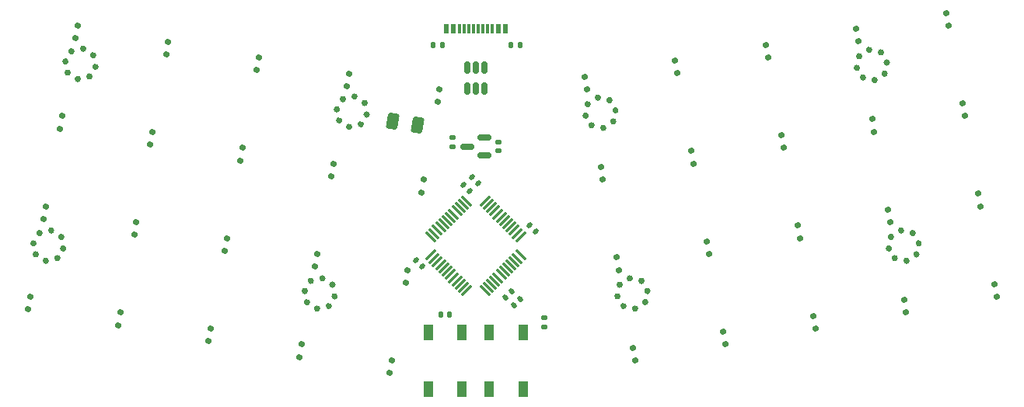
<source format=gbr>
%TF.GenerationSoftware,KiCad,Pcbnew,7.0.8*%
%TF.CreationDate,2023-12-09T20:05:49-06:00*%
%TF.ProjectId,lemmingz40,6c656d6d-696e-4677-9a34-302e6b696361,rev?*%
%TF.SameCoordinates,Original*%
%TF.FileFunction,Paste,Bot*%
%TF.FilePolarity,Positive*%
%FSLAX46Y46*%
G04 Gerber Fmt 4.6, Leading zero omitted, Abs format (unit mm)*
G04 Created by KiCad (PCBNEW 7.0.8) date 2023-12-09 20:05:49*
%MOMM*%
%LPD*%
G01*
G04 APERTURE LIST*
G04 Aperture macros list*
%AMRoundRect*
0 Rectangle with rounded corners*
0 $1 Rounding radius*
0 $2 $3 $4 $5 $6 $7 $8 $9 X,Y pos of 4 corners*
0 Add a 4 corners polygon primitive as box body*
4,1,4,$2,$3,$4,$5,$6,$7,$8,$9,$2,$3,0*
0 Add four circle primitives for the rounded corners*
1,1,$1+$1,$2,$3*
1,1,$1+$1,$4,$5*
1,1,$1+$1,$6,$7*
1,1,$1+$1,$8,$9*
0 Add four rect primitives between the rounded corners*
20,1,$1+$1,$2,$3,$4,$5,0*
20,1,$1+$1,$4,$5,$6,$7,0*
20,1,$1+$1,$6,$7,$8,$9,0*
20,1,$1+$1,$8,$9,$2,$3,0*%
G04 Aperture macros list end*
%ADD10C,0.360001*%
%ADD11C,0.360000*%
%ADD12RoundRect,0.150000X-0.223009X0.112992X-0.170914X-0.182451X0.223009X-0.112992X0.170914X0.182451X0*%
%ADD13RoundRect,0.150000X-0.170914X0.182451X-0.223009X-0.112992X0.170914X-0.182451X0.223009X0.112992X0*%
%ADD14R,1.100000X1.800000*%
%ADD15RoundRect,0.140000X-0.170000X0.140000X-0.170000X-0.140000X0.170000X-0.140000X0.170000X0.140000X0*%
%ADD16RoundRect,0.150000X0.150000X-0.512500X0.150000X0.512500X-0.150000X0.512500X-0.150000X-0.512500X0*%
%ADD17RoundRect,0.140000X0.219203X0.021213X0.021213X0.219203X-0.219203X-0.021213X-0.021213X-0.219203X0*%
%ADD18RoundRect,0.135000X0.185000X-0.135000X0.185000X0.135000X-0.185000X0.135000X-0.185000X-0.135000X0*%
%ADD19RoundRect,0.140000X-0.140000X-0.170000X0.140000X-0.170000X0.140000X0.170000X-0.140000X0.170000X0*%
%ADD20RoundRect,0.140000X0.021213X-0.219203X0.219203X-0.021213X-0.021213X0.219203X-0.219203X0.021213X0*%
%ADD21R,0.550000X1.100000*%
%ADD22R,0.300000X1.100000*%
%ADD23RoundRect,0.135000X0.135000X0.185000X-0.135000X0.185000X-0.135000X-0.185000X0.135000X-0.185000X0*%
%ADD24RoundRect,0.075000X0.521491X-0.415425X-0.415425X0.521491X-0.521491X0.415425X0.415425X-0.521491X0*%
%ADD25RoundRect,0.075000X0.521491X0.415425X0.415425X0.521491X-0.521491X-0.415425X-0.415425X-0.521491X0*%
%ADD26RoundRect,0.150000X0.587500X0.150000X-0.587500X0.150000X-0.587500X-0.150000X0.587500X-0.150000X0*%
%ADD27RoundRect,0.250000X-0.477833X-0.550387X0.260773X-0.680623X0.477833X0.550387X-0.260773X0.680623X0*%
%ADD28RoundRect,0.140000X-0.219203X-0.021213X-0.021213X-0.219203X0.219203X0.021213X0.021213X0.219203X0*%
G04 APERTURE END LIST*
%TO.C,H3*%
D10*
X47924525Y-66352495D02*
G75*
G03*
X47924525Y-66352495I-180000J0D01*
G01*
D11*
X47281666Y-67406883D02*
G75*
G03*
X47281666Y-67406883I-180000J0D01*
G01*
X47689739Y-65092585D02*
G75*
G03*
X47689739Y-65092585I-180000J0D01*
G01*
D10*
X46013073Y-67690909D02*
G75*
G03*
X46013073Y-67690909I-180000J0D01*
G01*
D11*
X46594794Y-64391803D02*
G75*
G03*
X46594794Y-64391803I-180000J0D01*
G01*
X44918127Y-66990127D02*
G75*
G03*
X44918127Y-66990127I-180000J0D01*
G01*
D10*
X45326201Y-64675829D02*
G75*
G03*
X45326201Y-64675829I-180000J0D01*
G01*
D11*
X44674659Y-65779457D02*
G75*
G03*
X44674659Y-65779457I-180000J0D01*
G01*
%TO.C,H6*%
D10*
X137597550Y-46083301D02*
G75*
G03*
X137597550Y-46083301I-180000J0D01*
G01*
X137354082Y-47293971D02*
G75*
G03*
X137354082Y-47293971I-180000J0D01*
G01*
D11*
X136946008Y-44979673D02*
G75*
G03*
X136946008Y-44979673I-180000J0D01*
G01*
X136259136Y-47994753D02*
G75*
G03*
X136259136Y-47994753I-180000J0D01*
G01*
X135677415Y-44695647D02*
G75*
G03*
X135677415Y-44695647I-180000J0D01*
G01*
X134990543Y-47710727D02*
G75*
G03*
X134990543Y-47710727I-180000J0D01*
G01*
X134582470Y-45396429D02*
G75*
G03*
X134582470Y-45396429I-180000J0D01*
G01*
X134347684Y-46656339D02*
G75*
G03*
X134347684Y-46656339I-180000J0D01*
G01*
%TO.C,H2*%
D10*
X80962563Y-51747577D02*
G75*
G03*
X80962563Y-51747577I-180000J0D01*
G01*
D11*
X80319704Y-52801965D02*
G75*
G03*
X80319704Y-52801965I-180000J0D01*
G01*
X80727777Y-50487667D02*
G75*
G03*
X80727777Y-50487667I-180000J0D01*
G01*
D10*
X79051111Y-53085991D02*
G75*
G03*
X79051111Y-53085991I-180000J0D01*
G01*
D11*
X79632832Y-49786885D02*
G75*
G03*
X79632832Y-49786885I-180000J0D01*
G01*
X77956165Y-52385209D02*
G75*
G03*
X77956165Y-52385209I-180000J0D01*
G01*
D10*
X78364239Y-50070911D02*
G75*
G03*
X78364239Y-50070911I-180000J0D01*
G01*
D11*
X77712697Y-51174539D02*
G75*
G03*
X77712697Y-51174539I-180000J0D01*
G01*
%TO.C,H1*%
D10*
X51418330Y-46538135D02*
G75*
G03*
X51418330Y-46538135I-180000J0D01*
G01*
D11*
X50775471Y-47592523D02*
G75*
G03*
X50775471Y-47592523I-180000J0D01*
G01*
X51183544Y-45278225D02*
G75*
G03*
X51183544Y-45278225I-180000J0D01*
G01*
D10*
X49506878Y-47876549D02*
G75*
G03*
X49506878Y-47876549I-180000J0D01*
G01*
D11*
X50088599Y-44577443D02*
G75*
G03*
X50088599Y-44577443I-180000J0D01*
G01*
X48411932Y-47175767D02*
G75*
G03*
X48411932Y-47175767I-180000J0D01*
G01*
D10*
X48820006Y-44861469D02*
G75*
G03*
X48820006Y-44861469I-180000J0D01*
G01*
D11*
X48168464Y-45965097D02*
G75*
G03*
X48168464Y-45965097I-180000J0D01*
G01*
%TO.C,H4*%
D10*
X77468756Y-71561943D02*
G75*
G03*
X77468756Y-71561943I-180000J0D01*
G01*
D11*
X76825897Y-72616331D02*
G75*
G03*
X76825897Y-72616331I-180000J0D01*
G01*
X77233970Y-70302033D02*
G75*
G03*
X77233970Y-70302033I-180000J0D01*
G01*
D10*
X75557304Y-72900357D02*
G75*
G03*
X75557304Y-72900357I-180000J0D01*
G01*
D11*
X76139025Y-69601251D02*
G75*
G03*
X76139025Y-69601251I-180000J0D01*
G01*
X74462358Y-72199575D02*
G75*
G03*
X74462358Y-72199575I-180000J0D01*
G01*
D10*
X74870432Y-69885277D02*
G75*
G03*
X74870432Y-69885277I-180000J0D01*
G01*
D11*
X74218890Y-70988905D02*
G75*
G03*
X74218890Y-70988905I-180000J0D01*
G01*
%TO.C,H7*%
D10*
X111526279Y-70988902D02*
G75*
G03*
X111526279Y-70988902I-180000J0D01*
G01*
X111282811Y-72199572D02*
G75*
G03*
X111282811Y-72199572I-180000J0D01*
G01*
D11*
X110874737Y-69885274D02*
G75*
G03*
X110874737Y-69885274I-180000J0D01*
G01*
X110187865Y-72900354D02*
G75*
G03*
X110187865Y-72900354I-180000J0D01*
G01*
X109606144Y-69601248D02*
G75*
G03*
X109606144Y-69601248I-180000J0D01*
G01*
X108919272Y-72616328D02*
G75*
G03*
X108919272Y-72616328I-180000J0D01*
G01*
X108511199Y-70302030D02*
G75*
G03*
X108511199Y-70302030I-180000J0D01*
G01*
X108276413Y-71561940D02*
G75*
G03*
X108276413Y-71561940I-180000J0D01*
G01*
%TO.C,H8*%
D10*
X141070513Y-65779456D02*
G75*
G03*
X141070513Y-65779456I-180000J0D01*
G01*
X140827045Y-66990126D02*
G75*
G03*
X140827045Y-66990126I-180000J0D01*
G01*
D11*
X140418971Y-64675828D02*
G75*
G03*
X140418971Y-64675828I-180000J0D01*
G01*
X139732099Y-67690908D02*
G75*
G03*
X139732099Y-67690908I-180000J0D01*
G01*
X139150378Y-64391802D02*
G75*
G03*
X139150378Y-64391802I-180000J0D01*
G01*
X138463506Y-67406882D02*
G75*
G03*
X138463506Y-67406882I-180000J0D01*
G01*
X138055433Y-65092584D02*
G75*
G03*
X138055433Y-65092584I-180000J0D01*
G01*
X137820647Y-66352494D02*
G75*
G03*
X137820647Y-66352494I-180000J0D01*
G01*
%TO.C,H5*%
D10*
X108053314Y-51292746D02*
G75*
G03*
X108053314Y-51292746I-180000J0D01*
G01*
X107809846Y-52503416D02*
G75*
G03*
X107809846Y-52503416I-180000J0D01*
G01*
D11*
X107401772Y-50189118D02*
G75*
G03*
X107401772Y-50189118I-180000J0D01*
G01*
X106714900Y-53204198D02*
G75*
G03*
X106714900Y-53204198I-180000J0D01*
G01*
X106133179Y-49905092D02*
G75*
G03*
X106133179Y-49905092I-180000J0D01*
G01*
X105446307Y-52920172D02*
G75*
G03*
X105446307Y-52920172I-180000J0D01*
G01*
X105038234Y-50605874D02*
G75*
G03*
X105038234Y-50605874I-180000J0D01*
G01*
X104803448Y-51865784D02*
G75*
G03*
X104803448Y-51865784I-180000J0D01*
G01*
%TD*%
D12*
%TO.C,D36*%
X129682963Y-75066720D03*
X129439855Y-73687990D03*
%TD*%
%TO.C,D10*%
X104777358Y-48995451D03*
X104534250Y-47616721D03*
%TD*%
D13*
%TO.C,D33*%
X53732592Y-74719424D03*
X53975700Y-73340694D03*
%TD*%
D14*
%TO.C,SW41*%
X94143342Y-75475320D03*
X94143342Y-81675320D03*
X97843342Y-75475320D03*
X97843342Y-81675320D03*
%TD*%
D13*
%TO.C,D23*%
X55469076Y-64871348D03*
X55712184Y-63492618D03*
%TD*%
%TO.C,D17*%
X76901710Y-58496234D03*
X77144818Y-57117504D03*
%TD*%
D15*
%TO.C,C10*%
X95160009Y-54761995D03*
X95160009Y-55721995D03*
%TD*%
D13*
%TO.C,D5*%
X68790115Y-46911672D03*
X69033223Y-45532942D03*
%TD*%
D16*
%TO.C,U1*%
X93610012Y-48879498D03*
X92660012Y-48879498D03*
X91710012Y-48879498D03*
X91710012Y-46604498D03*
X92660012Y-46604498D03*
X93610012Y-46604498D03*
%TD*%
D13*
%TO.C,D37*%
X73428747Y-78192386D03*
X73671855Y-76813656D03*
%TD*%
D17*
%TO.C,C7*%
X99199459Y-64514764D03*
X98520637Y-63835942D03*
%TD*%
D13*
%TO.C,D1*%
X49093959Y-43438711D03*
X49337067Y-42059981D03*
%TD*%
D12*
%TO.C,D4*%
X134321593Y-43786006D03*
X134078485Y-42407276D03*
%TD*%
%TO.C,D18*%
X116361924Y-57107044D03*
X116118816Y-55728314D03*
%TD*%
D18*
%TO.C,R1*%
X100160008Y-74918655D03*
X100160008Y-73898655D03*
%TD*%
D12*
%TO.C,D12*%
X145906151Y-51897605D03*
X145663043Y-50518875D03*
%TD*%
D13*
%TO.C,D7*%
X78638194Y-48648155D03*
X78881302Y-47269425D03*
%TD*%
D12*
%TO.C,D22*%
X147642634Y-61745678D03*
X147399526Y-60366948D03*
%TD*%
D19*
%TO.C,C1*%
X88846678Y-73575322D03*
X89806678Y-73575322D03*
%TD*%
D17*
%TO.C,C2*%
X92899460Y-59214760D03*
X92220638Y-58535938D03*
%TD*%
D12*
%TO.C,D6*%
X124473517Y-45522486D03*
X124230409Y-44143756D03*
%TD*%
D14*
%TO.C,SW42*%
X87476682Y-75475320D03*
X87476682Y-81675320D03*
X91176682Y-75475320D03*
X91176682Y-81675320D03*
%TD*%
D12*
%TO.C,D2*%
X144169671Y-42049527D03*
X143926563Y-40670797D03*
%TD*%
%TO.C,D14*%
X136058074Y-53634082D03*
X135814966Y-52255352D03*
%TD*%
D13*
%TO.C,D11*%
X47357480Y-53286790D03*
X47600588Y-51908060D03*
%TD*%
%TO.C,D19*%
X86749791Y-60232714D03*
X86992899Y-58853984D03*
%TD*%
%TO.C,D39*%
X83276824Y-79928869D03*
X83519932Y-78550139D03*
%TD*%
%TO.C,D13*%
X57205557Y-55023268D03*
X57448665Y-53644538D03*
%TD*%
D20*
%TO.C,C3*%
X95920639Y-71714762D03*
X96599461Y-71035940D03*
%TD*%
D13*
%TO.C,D31*%
X43884517Y-72982944D03*
X44127625Y-71604214D03*
%TD*%
D12*
%TO.C,D40*%
X109986806Y-78539684D03*
X109743698Y-77160954D03*
%TD*%
%TO.C,D16*%
X126209997Y-55370562D03*
X125966889Y-53991832D03*
%TD*%
D13*
%TO.C,D15*%
X67053634Y-56759749D03*
X67296742Y-55381019D03*
%TD*%
D21*
%TO.C,J1*%
X89460012Y-42384151D03*
X90210012Y-42384151D03*
D22*
X91410012Y-42384151D03*
X92410012Y-42384151D03*
X92910012Y-42384151D03*
X93910012Y-42384151D03*
D21*
X95860012Y-42384151D03*
X95110012Y-42384151D03*
D22*
X94410012Y-42384151D03*
X93410012Y-42384151D03*
X91910012Y-42384151D03*
X90910012Y-42384151D03*
%TD*%
D13*
%TO.C,D29*%
X85013309Y-70080790D03*
X85256417Y-68702060D03*
%TD*%
D12*
%TO.C,D8*%
X114625438Y-47258970D03*
X114382330Y-45880240D03*
%TD*%
%TO.C,D38*%
X119834880Y-76803201D03*
X119591772Y-75424471D03*
%TD*%
%TO.C,D26*%
X127946479Y-65218643D03*
X127703371Y-63839913D03*
%TD*%
D13*
%TO.C,D27*%
X75165228Y-68344309D03*
X75408336Y-66965579D03*
%TD*%
D12*
%TO.C,D24*%
X137794558Y-63482161D03*
X137551450Y-62103431D03*
%TD*%
D23*
%TO.C,R2*%
X89003347Y-44166649D03*
X87983347Y-44166649D03*
%TD*%
D13*
%TO.C,D9*%
X88486269Y-50384639D03*
X88729377Y-49005909D03*
%TD*%
D12*
%TO.C,D30*%
X108250326Y-68691607D03*
X108007218Y-67312877D03*
%TD*%
D24*
%TO.C,U2*%
X97547888Y-67074113D03*
X97194334Y-67427667D03*
X96840781Y-67781220D03*
X96487227Y-68134774D03*
X96133674Y-68488327D03*
X95780121Y-68841880D03*
X95426567Y-69195434D03*
X95073014Y-69548987D03*
X94719461Y-69902540D03*
X94365907Y-70256094D03*
X94012354Y-70609647D03*
X93658800Y-70963201D03*
D25*
X91661224Y-70963201D03*
X91307670Y-70609647D03*
X90954117Y-70256094D03*
X90600563Y-69902540D03*
X90247010Y-69548987D03*
X89893457Y-69195434D03*
X89539903Y-68841880D03*
X89186350Y-68488327D03*
X88832797Y-68134774D03*
X88479243Y-67781220D03*
X88125690Y-67427667D03*
X87772136Y-67074113D03*
D24*
X87772136Y-65076537D03*
X88125690Y-64722983D03*
X88479243Y-64369430D03*
X88832797Y-64015876D03*
X89186350Y-63662323D03*
X89539903Y-63308770D03*
X89893457Y-62955216D03*
X90247010Y-62601663D03*
X90600563Y-62248110D03*
X90954117Y-61894556D03*
X91307670Y-61541003D03*
X91661224Y-61187449D03*
D25*
X93658800Y-61187449D03*
X94012354Y-61541003D03*
X94365907Y-61894556D03*
X94719461Y-62248110D03*
X95073014Y-62601663D03*
X95426567Y-62955216D03*
X95780121Y-63308770D03*
X96133674Y-63662323D03*
X96487227Y-64015876D03*
X96840781Y-64369430D03*
X97194334Y-64722983D03*
X97547888Y-65076537D03*
%TD*%
D13*
%TO.C,D25*%
X65317151Y-66607831D03*
X65560259Y-65229101D03*
%TD*%
D26*
%TO.C,U3*%
X93597512Y-54291994D03*
X93597512Y-56191994D03*
X91722512Y-55241994D03*
%TD*%
D23*
%TO.C,R3*%
X97499961Y-44166649D03*
X96479961Y-44166649D03*
%TD*%
D27*
%TO.C,F1*%
X83581317Y-52432244D03*
X86338779Y-52918458D03*
%TD*%
D17*
%TO.C,C5*%
X91999459Y-60114761D03*
X91320637Y-59435939D03*
%TD*%
D28*
%TO.C,C6*%
X86120638Y-67635938D03*
X86799460Y-68314760D03*
%TD*%
D12*
%TO.C,D34*%
X139531038Y-73330239D03*
X139287930Y-71951509D03*
%TD*%
%TO.C,D32*%
X149379115Y-71593758D03*
X149136007Y-70215028D03*
%TD*%
D13*
%TO.C,D21*%
X45620997Y-63134865D03*
X45864105Y-61756135D03*
%TD*%
D12*
%TO.C,D28*%
X118098403Y-66955123D03*
X117855295Y-65576393D03*
%TD*%
D13*
%TO.C,D35*%
X63580671Y-76455906D03*
X63823779Y-75077176D03*
%TD*%
D12*
%TO.C,D20*%
X106513841Y-58843527D03*
X106270733Y-57464797D03*
%TD*%
D15*
%TO.C,C9*%
X90160011Y-54281994D03*
X90160011Y-55241994D03*
%TD*%
D13*
%TO.C,D3*%
X58942035Y-45175193D03*
X59185143Y-43796463D03*
%TD*%
D20*
%TO.C,C4*%
X96820640Y-72514761D03*
X97499462Y-71835939D03*
%TD*%
M02*

</source>
